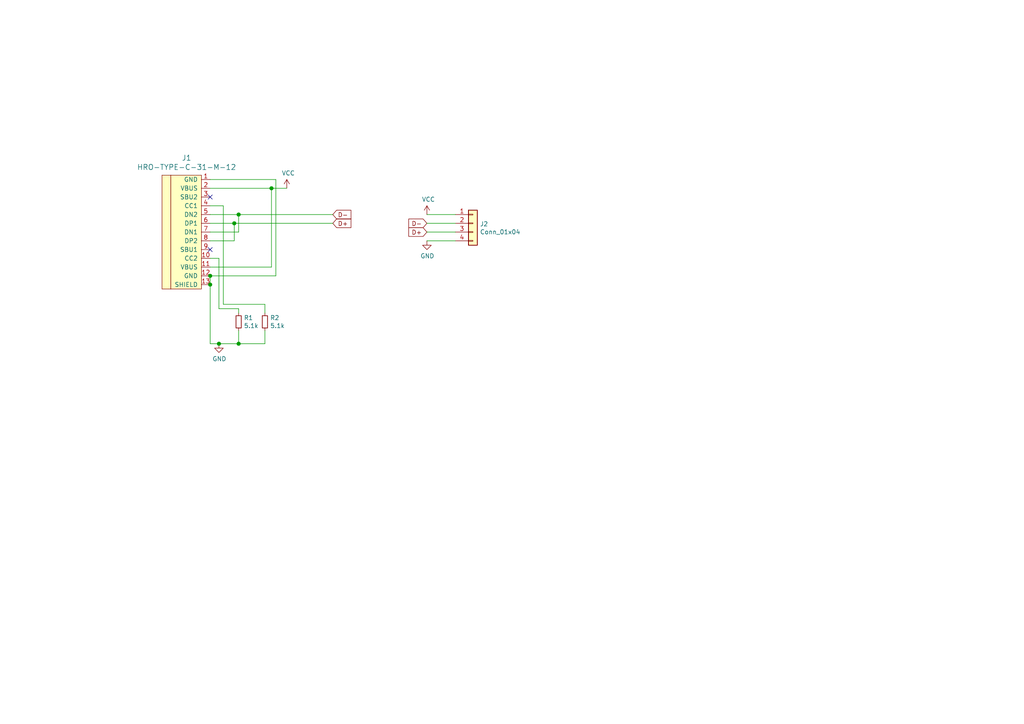
<source format=kicad_sch>
(kicad_sch (version 20211123) (generator eeschema)
  (paper "A4")
  (lib_symbols
    (symbol "Connector_Generic:Conn_01x04" (pin_names (offset 1.016) hide)
      (property "Reference" "J" (at 0 5.08 0))
      (property "Value" "Conn_01x04" (at 0 -7.62 0))
      (symbol "Conn_01x04_1_1"
        (rectangle (start -1.27 -4.953) (end 0 -5.207) (stroke (width 0.1524)))
        (rectangle (start -1.27 -2.413) (end 0 -2.667) (stroke (width 0.1524)))
        (rectangle (start -1.27 0.127) (end 0 -0.127) (stroke (width 0.1524)))
        (rectangle (start -1.27 2.667) (end 0 2.413) (stroke (width 0.1524)))
        (rectangle (start -1.27 3.81) (end 1.27 -6.35) (stroke (width 0.254)) (fill (type background)))
        (pin passive line (at -5.08 2.54 0) (length 3.81) (name "Pin_1") (number "1"))
        (pin passive line (at -5.08 0 0) (length 3.81) (name "Pin_2") (number "2"))
        (pin passive line (at -5.08 -2.54 0) (length 3.81) (name "Pin_3") (number "3"))
        (pin passive line (at -5.08 -5.08 0) (length 3.81) (name "Pin_4") (number "4"))
      )
    )
    (symbol "Device:R_Small" (pin_numbers hide) (pin_names (offset 0.254) hide)
      (property "Reference" "R" (at 0.762 0.508 0))
      (property "Value" "R_Small" (at 0.762 -1.016 0))
      (symbol "R_Small_0_1"
        (rectangle (start -0.762 1.778) (end 0.762 -1.778) (stroke (width 0.2032)))
      )
      (symbol "R_Small_1_1"
        (pin passive line (at 0 2.54 270) (length 0.762) (name "~") (number "1"))
        (pin passive line (at 0 -2.54 90) (length 0.762) (name "~") (number "2"))
      )
    )
    (symbol "Power:GND" (power) (pin_names (offset 0))
      (property "Value" "GND" (at 0 -3.81 0))
      (symbol "GND_0_1"
        (polyline (pts (xy 0 0) (xy 0 -1.27) (xy 1.27 -1.27) (xy 0 -2.54) (xy -1.27 -1.27) (xy 0 -1.27)))
      )
      (symbol "GND_1_1"
        (pin power_in line (at 0 0 270) (length 0) hide (name "GND") (number "1"))
      )
    )
    (symbol "Power:VCC" (power) (pin_names (offset 0))
      (property "Value" "VCC" (at 0 3.81 0))
      (symbol "VCC_0_1"
        (polyline (pts (xy -0.762 1.27) (xy 0 2.54)))
        (polyline (pts (xy 0 0) (xy 0 2.54)))
        (polyline (pts (xy 0 2.54) (xy 0.762 1.27)))
      )
      (symbol "VCC_1_1"
        (pin power_in line (at 0 0 90) (length 0) hide (name "VCC") (number "1"))
      )
    )
    (symbol "Type-C:HRO-TYPE-C-31-M-12" (pin_names (offset 1.016))
      (property "Reference" "USB" (at -5.08 16.51 0))
      (property "Value" "HRO-TYPE-C-31-M-12" (at -10.16 -1.27 90))
      (symbol "HRO-TYPE-C-31-M-12_0_1"
        (rectangle (start -11.43 15.24) (end -8.89 -17.78) (fill (type background)))
        (rectangle (start 0 -17.78) (end -8.89 15.24) (fill (type background)))
      )
      (symbol "HRO-TYPE-C-31-M-12_1_1"
        (pin input line (at 2.54 13.97 180) (length 2.54) (name "GND") (number "1"))
        (pin input line (at 2.54 -8.89 180) (length 2.54) (name "CC2") (number "10"))
        (pin input line (at 2.54 -11.43 180) (length 2.54) (name "VBUS") (number "11"))
        (pin input line (at 2.54 -13.97 180) (length 2.54) (name "GND") (number "12"))
        (pin input line (at 2.54 -16.51 180) (length 2.54) (name "SHIELD") (number "13"))
        (pin input line (at 2.54 11.43 180) (length 2.54) (name "VBUS") (number "2"))
        (pin input line (at 2.54 8.89 180) (length 2.54) (name "SBU2") (number "3"))
        (pin input line (at 2.54 6.35 180) (length 2.54) (name "CC1") (number "4"))
        (pin input line (at 2.54 3.81 180) (length 2.54) (name "DN2") (number "5"))
        (pin input line (at 2.54 1.27 180) (length 2.54) (name "DP1") (number "6"))
        (pin input line (at 2.54 -1.27 180) (length 2.54) (name "DN1") (number "7"))
        (pin input line (at 2.54 -3.81 180) (length 2.54) (name "DP2") (number "8"))
        (pin input line (at 2.54 -6.35 180) (length 2.54) (name "SBU1") (number "9"))
      )
    )
  )
  (junction (at 67.945 64.77) (diameter 1.016))
  (junction (at 78.74 54.61) (diameter 1.016))
  (junction (at 69.215 99.695) (diameter 1.016))
  (junction (at 63.5 99.695) (diameter 1.016))
  (junction (at 60.96 82.55) (diameter 1.016))
  (junction (at 69.215 62.23) (diameter 1.016))
  (junction (at 60.96 80.01) (diameter 1.016))
  (no_connect (at 60.96 57.15))
  (no_connect (at 60.96 72.39))
  (wire (pts (xy 60.96 99.695) (xy 63.5 99.695)))
  (wire (pts (xy 69.215 89.535) (xy 63.5 89.535)))
  (wire (pts (xy 69.215 95.885) (xy 69.215 99.695)))
  (wire (pts (xy 83.185 54.61) (xy 78.74 54.61)))
  (wire (pts (xy 64.77 59.69) (xy 64.77 88.265)))
  (wire (pts (xy 78.74 77.47) (xy 78.74 54.61)))
  (wire (pts (xy 69.215 90.805) (xy 69.215 89.535)))
  (wire (pts (xy 80.01 52.07) (xy 80.01 80.01)))
  (wire (pts (xy 67.945 64.77) (xy 60.96 64.77)))
  (wire (pts (xy 60.96 52.07) (xy 80.01 52.07)))
  (wire (pts (xy 60.96 80.01) (xy 60.96 82.55)))
  (wire (pts (xy 123.825 67.31) (xy 132.08 67.31)))
  (wire (pts (xy 69.215 67.31) (xy 60.96 67.31)))
  (wire (pts (xy 76.835 88.265) (xy 76.835 90.805)))
  (wire (pts (xy 63.5 99.695) (xy 69.215 99.695)))
  (wire (pts (xy 63.5 89.535) (xy 63.5 74.93)))
  (wire (pts (xy 63.5 74.93) (xy 60.96 74.93)))
  (wire (pts (xy 60.96 59.69) (xy 64.77 59.69)))
  (wire (pts (xy 67.945 64.77) (xy 96.52 64.77)))
  (wire (pts (xy 69.215 62.23) (xy 96.52 62.23)))
  (wire (pts (xy 80.01 80.01) (xy 60.96 80.01)))
  (wire (pts (xy 123.825 62.23) (xy 132.08 62.23)))
  (wire (pts (xy 69.215 62.23) (xy 69.215 67.31)))
  (wire (pts (xy 60.96 77.47) (xy 78.74 77.47)))
  (wire (pts (xy 67.945 69.85) (xy 67.945 64.77)))
  (wire (pts (xy 78.74 54.61) (xy 60.96 54.61)))
  (wire (pts (xy 60.96 82.55) (xy 60.96 99.695)))
  (wire (pts (xy 64.77 88.265) (xy 76.835 88.265)))
  (wire (pts (xy 132.08 64.77) (xy 123.825 64.77)))
  (wire (pts (xy 60.96 62.23) (xy 69.215 62.23)))
  (wire (pts (xy 69.215 99.695) (xy 76.835 99.695)))
  (wire (pts (xy 60.96 69.85) (xy 67.945 69.85)))
  (wire (pts (xy 123.825 69.85) (xy 132.08 69.85)))
  (wire (pts (xy 76.835 99.695) (xy 76.835 95.885)))
  (global_label "D-" (shape input) (at 123.825 64.77 180) (property "Intersheet References" "${INTERSHEET_REFS}" (effects hide)))
  (global_label "D+" (shape input) (at 96.52 64.77 0) (property "Intersheet References" "${INTERSHEET_REFS}" (effects hide)))
  (global_label "D+" (shape input) (at 123.825 67.31 180) (property "Intersheet References" "${INTERSHEET_REFS}" (effects hide)))
  (global_label "D-" (shape input) (at 96.52 62.23 0) (property "Intersheet References" "${INTERSHEET_REFS}" (effects hide)))
  (symbol (lib_id "Type-C:HRO-TYPE-C-31-M-12") (at 58.42 66.04 0) (unit 1)
    (property "Reference" "J1" (at 54.1274 45.7962 0) (effects (font (size 1.524 1.524))))
    (property "Value" "HRO-TYPE-C-31-M-12" (at 54.1274 48.4886 0) (effects (font (size 1.524 1.524))))
    (property "Footprint" "Keeb_components:HRO-TYPE-C-31-M-12" (effects hide))
  )
  (symbol (lib_id "Connector_Generic:Conn_01x04") (at 137.16 64.77 0) (unit 1)
    (property "Reference" "J2" (at 139.192 64.9732 0) (effects (justify left)))
    (property "Value" "Conn_01x04" (at 139.192 67.2846 0) (effects (justify left)))
    (property "Footprint" "Keeb_components:JST_SH_SM04B-SRSS-TB_1x04-1MP_P1.00mm_Horizontal" (effects hide))
  )
  (symbol (lib_id "Device:R_Small") (at 69.215 93.345 0) (unit 1)
    (property "Reference" "R1" (at 70.7136 92.1766 0) (effects (justify left)))
    (property "Value" "5.1k" (at 70.7136 94.488 0) (effects (justify left)))
    (property "Footprint" "Keeb_components:R_0805" (effects hide))
  )
  (symbol (lib_id "Device:R_Small") (at 76.835 93.345 0) (unit 1)
    (property "Reference" "R2" (at 78.3336 92.1766 0) (effects (justify left)))
    (property "Value" "5.1k" (at 78.3336 94.488 0) (effects (justify left)))
    (property "Footprint" "Keeb_components:R_0805" (effects hide))
  )
  (symbol (lib_id "Power:VCC") (at 83.185 54.61 0) (unit 1)
    (property "Reference" "#PWR0101" (effects hide))
    (property "Value" "VCC" (at 83.6168 50.2158 0))
  )
  (symbol (lib_id "Power:GND") (at 63.5 99.695 0) (unit 1)
    (property "Reference" "#PWR0102" (effects hide))
    (property "Value" "GND" (at 63.627 104.0892 0))
  )
  (symbol (lib_id "Power:VCC") (at 123.825 62.23 0) (unit 1)
    (property "Reference" "#PWR0103" (effects hide))
    (property "Value" "VCC" (at 124.2568 57.8358 0))
  )
  (symbol (lib_id "Power:GND") (at 123.825 69.85 0) (unit 1)
    (property "Reference" "#PWR0104" (effects hide))
    (property "Value" "GND" (at 123.952 74.2442 0))
  )
)
</source>
